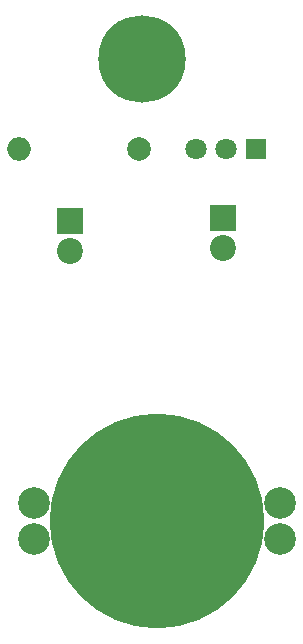
<source format=gbr>
G04 #@! TF.FileFunction,Soldermask,Bot*
%FSLAX46Y46*%
G04 Gerber Fmt 4.6, Leading zero omitted, Abs format (unit mm)*
G04 Created by KiCad (PCBNEW 4.0.7) date 09/18/18 22:56:12*
%MOMM*%
%LPD*%
G01*
G04 APERTURE LIST*
%ADD10C,0.100000*%
%ADD11C,2.686000*%
%ADD12C,18.180000*%
%ADD13R,2.200000X2.200000*%
%ADD14C,2.200000*%
%ADD15C,2.000000*%
%ADD16O,2.000000X2.000000*%
%ADD17R,1.797000X1.797000*%
%ADD18C,1.797000*%
%ADD19C,7.400000*%
G04 APERTURE END LIST*
D10*
D11*
X78994000Y-130048000D03*
X58166000Y-130048000D03*
X78994000Y-127000000D03*
X58166000Y-127000000D03*
D12*
X68580000Y-128524000D03*
D13*
X61214000Y-103124000D03*
D14*
X61214000Y-105664000D03*
D13*
X74168000Y-102870000D03*
D14*
X74168000Y-105410000D03*
D15*
X67056000Y-97028000D03*
D16*
X56896000Y-97028000D03*
D17*
X76962000Y-97028000D03*
D18*
X74422000Y-97028000D03*
X71882000Y-97028000D03*
D19*
X67310000Y-89408000D03*
M02*

</source>
